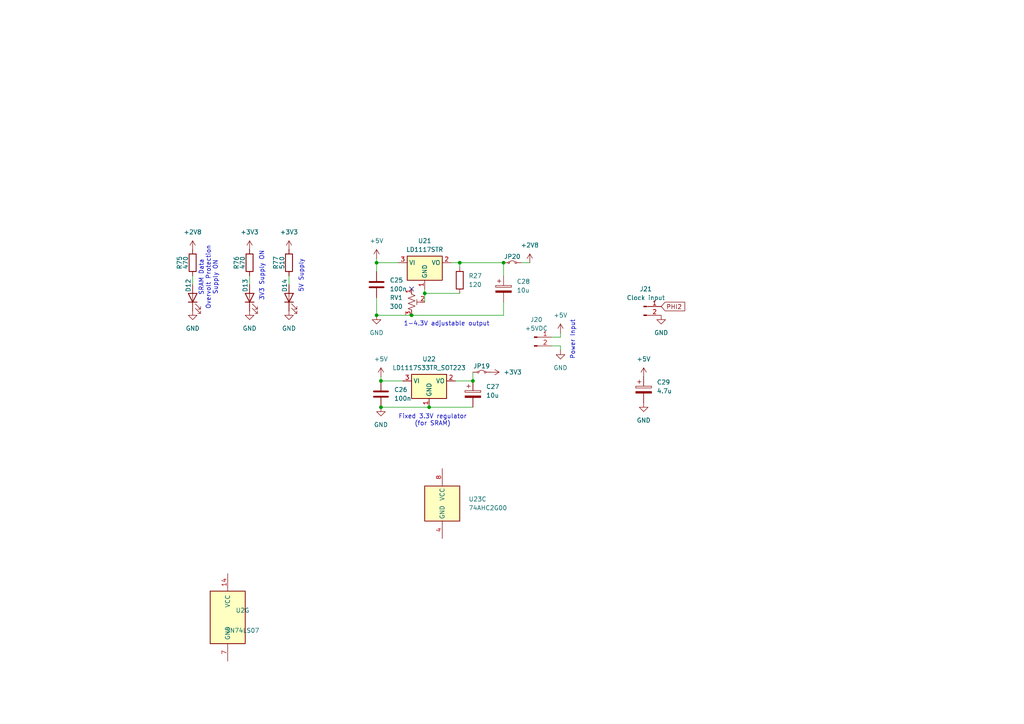
<source format=kicad_sch>
(kicad_sch (version 20250114) (generator "eeschema") (generator_version "9.0")
  (paper "A4")
  (title_block (title "65c02 Homebrew") (rev "Prelim") (company "Joseph R. Freeston") (comment 2 "https://github.com/snorklerjoe/useful6502") (comment 4 "A 65c02-based computer with peripheral i/o offloaded to a PIC16 microcontroller."))
  (lib_symbols
    (symbol "74xGxx:74AHC2G00"
      (property "Reference" "U" (at -2.54 3.81 0))
      (property "Value" "74AHC2G00" (at 0 -3.81 0))
      (symbol "74AHC2G00_1_1"
        (arc (start 0 5.08) (mid 5.0579 0) (end 0 -5.08) (stroke (width 0.254)) (fill (type background)))
        (polyline (pts (xy 0 -5.08) (xy -7.62 -5.08) (xy -7.62 5.08) (xy 0 5.08)) (stroke (width 0.254)) (fill (type background)))
        (pin input line (at -15.24 2.54 0) (length 7.62) (name "~") (number "1"))
        (pin input line (at -15.24 -2.54 0) (length 7.62) (name "~") (number "2"))
        (pin output inverted (at 12.7 0 180) (length 7.62) (name "~") (number "7"))
      )
      (symbol "74AHC2G00_2_1"
        (arc (start 0 5.08) (mid 5.0579 0) (end 0 -5.08) (stroke (width 0.254)) (fill (type background)))
        (polyline (pts (xy 0 -5.08) (xy -7.62 -5.08) (xy -7.62 5.08) (xy 0 5.08)) (stroke (width 0.254)) (fill (type background)))
        (pin input line (at -15.24 2.54 0) (length 7.62) (name "~") (number "5"))
        (pin input line (at -15.24 -2.54 0) (length 7.62) (name "~") (number "6"))
        (pin output inverted (at 12.7 0 180) (length 7.62) (name "~") (number "3"))
      )
      (symbol "74AHC2G00_3_0"
        (rectangle (start -5.08 -5.08) (end 5.08 5.08) (stroke (width 0.254)) (fill (type background)))
      )
      (symbol "74AHC2G00_3_1"
        (pin power_in line (at 0 10.16 270) (length 5.08) (name "VCC") (number "8"))
        (pin power_in line (at 0 -10.16 90) (length 5.08) (name "GND") (number "4"))
      )
    )
    (symbol "74xx:SN74LS07" (pin_names (offset 1.016))
      (property "Reference" "U2" (at 4.318 2.032 0))
      (property "Value" "SN74LS07" (at 4.318 -3.81 0))
      (symbol "SN74LS07_1_0"
        (polyline (pts (xy -3.81 3.81) (xy -3.81 -3.81) (xy 3.81 0) (xy -3.81 3.81)) (stroke (width 0.254)) (fill (type background)))
        (pin input line (at -7.62 0 0) (length 3.81) (name "~") (number "1"))
        (pin open_collector line (at 7.62 0 180) (length 3.81) (name "~") (number "2"))
      )
      (symbol "SN74LS07_1_1"
        (polyline (pts (xy -2.54 -1.27) (xy 0 -1.27)))
        (polyline (pts (xy -1.27 1.27) (xy 0 0) (xy -1.27 -1.27) (xy -2.54 0) (xy -1.27 1.27)))
      )
      (symbol "SN74LS07_2_0"
        (polyline (pts (xy -3.81 3.81) (xy -3.81 -3.81) (xy 3.81 0) (xy -3.81 3.81)) (stroke (width 0.254)) (fill (type background)))
        (pin input line (at -7.62 0 0) (length 3.81) (name "~") (number "3"))
        (pin open_collector line (at 7.62 0 180) (length 3.81) (name "~") (number "4"))
      )
      (symbol "SN74LS07_2_1"
        (polyline (pts (xy -2.54 -1.27) (xy 0 -1.27)))
        (polyline (pts (xy -1.27 1.27) (xy 0 0) (xy -1.27 -1.27) (xy -2.54 0) (xy -1.27 1.27)))
      )
      (symbol "SN74LS07_3_0"
        (polyline (pts (xy -3.81 3.81) (xy -3.81 -3.81) (xy 3.81 0) (xy -3.81 3.81)) (stroke (width 0.254)) (fill (type background)))
        (pin input line (at -7.62 0 0) (length 3.81) (name "~") (number "5"))
        (pin open_collector line (at 7.62 0 180) (length 3.81) (name "~") (number "6"))
      )
      (symbol "SN74LS07_3_1"
        (polyline (pts (xy -2.54 -1.27) (xy 0 -1.27)))
        (polyline (pts (xy -1.27 1.27) (xy 0 0) (xy -1.27 -1.27) (xy -2.54 0) (xy -1.27 1.27)))
      )
      (symbol "SN74LS07_4_0"
        (polyline (pts (xy -3.81 3.81) (xy -3.81 -3.81) (xy 3.81 0) (xy -3.81 3.81)) (stroke (width 0.254)) (fill (type background)))
        (pin input line (at -7.62 0 0) (length 3.81) (name "~") (number "9"))
        (pin open_collector line (at 7.62 0 180) (length 3.81) (name "~") (number "8"))
      )
      (symbol "SN74LS07_4_1"
        (polyline (pts (xy -2.54 -1.27) (xy 0 -1.27)))
        (polyline (pts (xy -1.27 1.27) (xy 0 0) (xy -1.27 -1.27) (xy -2.54 0) (xy -1.27 1.27)))
      )
      (symbol "SN74LS07_5_0"
        (polyline (pts (xy -3.81 3.81) (xy -3.81 -3.81) (xy 3.81 0) (xy -3.81 3.81)) (stroke (width 0.254)) (fill (type background)))
        (pin input line (at -7.62 0 0) (length 3.81) (name "~") (number "11"))
        (pin open_collector line (at 7.62 0 180) (length 3.81) (name "~") (number "10"))
      )
      (symbol "SN74LS07_5_1"
        (polyline (pts (xy -2.54 -1.27) (xy 0 -1.27)))
        (polyline (pts (xy -1.27 1.27) (xy 0 0) (xy -1.27 -1.27) (xy -2.54 0) (xy -1.27 1.27)))
      )
      (symbol "SN74LS07_6_0"
        (polyline (pts (xy -3.81 3.81) (xy -3.81 -3.81) (xy 3.81 0) (xy -3.81 3.81)) (stroke (width 0.254)) (fill (type background)))
        (pin input line (at -7.62 0 0) (length 3.81) (name "~") (number "13"))
        (pin open_collector line (at 7.62 0 180) (length 3.81) (name "~") (number "12"))
      )
      (symbol "SN74LS07_6_1"
        (polyline (pts (xy -2.54 -1.27) (xy 0 -1.27)))
        (polyline (pts (xy -1.27 1.27) (xy 0 0) (xy -1.27 -1.27) (xy -2.54 0) (xy -1.27 1.27)))
      )
      (symbol "SN74LS07_7_0"
        (pin power_in line (at 0 12.7 270) (length 5.08) (name "VCC") (number "14"))
        (pin power_in line (at 0 -12.7 90) (length 5.08) (name "GND") (number "7"))
      )
      (symbol "SN74LS07_7_1"
        (rectangle (start -5.08 7.62) (end 5.08 -7.62) (stroke (width 0.254)) (fill (type background)))
      )
    )
    (symbol "Connector:Conn_01x02_Pin" (pin_names (offset 1.016) (hide yes))
      (property "Reference" "J" (at 0 2.54 0))
      (property "Value" "Conn_01x02_Pin" (at 0 -5.08 0))
      (symbol "Conn_01x02_Pin_1_1"
        (rectangle (start 0.8636 0.127) (end 0 -0.127) (stroke (width 0.1524)) (fill (type outline)))
        (rectangle (start 0.8636 -2.413) (end 0 -2.667) (stroke (width 0.1524)) (fill (type outline)))
        (polyline (pts (xy 1.27 0) (xy 0.8636 0)) (stroke (width 0.1524)))
        (polyline (pts (xy 1.27 -2.54) (xy 0.8636 -2.54)) (stroke (width 0.1524)))
        (pin passive line (at 5.08 0 180) (length 3.81) (name "Pin_1") (number "1"))
        (pin passive line (at 5.08 -2.54 180) (length 3.81) (name "Pin_2") (number "2"))
      )
    )
    (symbol "Device:C" (pin_numbers (hide yes)) (pin_names (offset 0.254))
      (property "Reference" "C" (at 0.635 2.54 0))
      (property "Value" "C" (at 0.635 -2.54 0))
      (symbol "C_0_1"
        (polyline (pts (xy -2.032 0.762) (xy 2.032 0.762)) (stroke (width 0.508)))
        (polyline (pts (xy -2.032 -0.762) (xy 2.032 -0.762)) (stroke (width 0.508)))
      )
      (symbol "C_1_1"
        (pin passive line (at 0 3.81 270) (length 2.794) (name "~") (number "1"))
        (pin passive line (at 0 -3.81 90) (length 2.794) (name "~") (number "2"))
      )
    )
    (symbol "Device:C_Polarized" (pin_numbers (hide yes)) (pin_names (offset 0.254))
      (property "Reference" "C" (at 0.635 2.54 0))
      (property "Value" "C_Polarized" (at 0.635 -2.54 0))
      (symbol "C_Polarized_0_1"
        (rectangle (start -2.286 0.508) (end 2.286 1.016))
        (polyline (pts (xy -1.778 2.286) (xy -0.762 2.286)))
        (polyline (pts (xy -1.27 2.794) (xy -1.27 1.778)))
        (rectangle (start 2.286 -0.508) (end -2.286 -1.016) (fill (type outline)))
      )
      (symbol "C_Polarized_1_1"
        (pin passive line (at 0 3.81 270) (length 2.794) (name "~") (number "1"))
        (pin passive line (at 0 -3.81 90) (length 2.794) (name "~") (number "2"))
      )
    )
    (symbol "Device:LED" (pin_numbers (hide yes)) (pin_names (offset 1.016) (hide yes))
      (property "Reference" "D" (at 0 2.54 0))
      (property "Value" "LED" (at 0 -2.54 0))
      (symbol "LED_0_1"
        (polyline (pts (xy -3.048 -0.762) (xy -4.572 -2.286) (xy -3.81 -2.286) (xy -4.572 -2.286) (xy -4.572 -1.524)))
        (polyline (pts (xy -1.778 -0.762) (xy -3.302 -2.286) (xy -2.54 -2.286) (xy -3.302 -2.286) (xy -3.302 -1.524)))
        (polyline (pts (xy -1.27 0) (xy 1.27 0)))
        (polyline (pts (xy -1.27 -1.27) (xy -1.27 1.27)) (stroke (width 0.254)))
        (polyline (pts (xy 1.27 -1.27) (xy 1.27 1.27) (xy -1.27 0) (xy 1.27 -1.27)) (stroke (width 0.254)))
      )
      (symbol "LED_1_1"
        (pin passive line (at -3.81 0 0) (length 2.54) (name "K") (number "1"))
        (pin passive line (at 3.81 0 180) (length 2.54) (name "A") (number "2"))
      )
    )
    (symbol "Device:R" (pin_numbers (hide yes)) (pin_names (offset 0))
      (property "Reference" "R" (at 2.032 0 90))
      (property "Value" "R" (at 0 0 90))
      (symbol "R_0_1"
        (rectangle (start -1.016 -2.54) (end 1.016 2.54) (stroke (width 0.254)))
      )
      (symbol "R_1_1"
        (pin passive line (at 0 3.81 270) (length 1.27) (name "~") (number "1"))
        (pin passive line (at 0 -3.81 90) (length 1.27) (name "~") (number "2"))
      )
    )
    (symbol "Device:R_Potentiometer_Trim_US" (pin_names (offset 1.016) (hide yes))
      (property "Reference" "RV" (at -4.445 0 90))
      (property "Value" "R_Potentiometer_Trim_US" (at -2.54 0 90))
      (symbol "R_Potentiometer_Trim_US_0_1"
        (polyline (pts (xy 0 2.286) (xy 0 2.54)))
        (polyline (pts (xy 0 2.286) (xy 1.016 1.905) (xy 0 1.524) (xy -1.016 1.143) (xy 0 0.762)))
        (polyline (pts (xy 0 0.762) (xy 1.016 0.381) (xy 0 0) (xy -1.016 -0.381) (xy 0 -0.762)))
        (polyline (pts (xy 0 -0.762) (xy 1.016 -1.143) (xy 0 -1.524) (xy -1.016 -1.905) (xy 0 -2.286)))
        (polyline (pts (xy 0 -2.286) (xy 0 -2.54)))
        (polyline (pts (xy 1.524 0.762) (xy 1.524 -0.762)))
        (polyline (pts (xy 2.54 0) (xy 1.524 0)))
      )
      (symbol "R_Potentiometer_Trim_US_1_1"
        (pin passive line (at 0 3.81 270) (length 1.27) (name "1") (number "1"))
        (pin passive line (at 0 -3.81 90) (length 1.27) (name "3") (number "3"))
        (pin passive line (at 3.81 0 180) (length 1.27) (name "2") (number "2"))
      )
    )
    (symbol "Jumper:Jumper_2_Small_Bridged" (pin_numbers (hide yes)) (pin_names (offset 0) (hide yes))
      (property "Reference" "JP" (at 0 2.032 0))
      (property "Value" "Jumper_2_Small_Bridged" (at 0 -2.286 0))
      (symbol "Jumper_2_Small_Bridged_0_0"
        (circle (center -1.016 0) (radius 0.254))
        (circle (center 1.016 0) (radius 0.254))
      )
      (symbol "Jumper_2_Small_Bridged_0_1"
        (arc (start -0.762 0.254) (mid 0 0.5696) (end 0.762 0.254))
      )
      (symbol "Jumper_2_Small_Bridged_1_1"
        (pin passive line (at -2.54 0 0) (length 1.27) (name "A") (number "1"))
        (pin passive line (at 2.54 0 180) (length 1.27) (name "B") (number "2"))
      )
    )
    (symbol "Regulator_Linear:LD1117S33TR_SOT223"
      (property "Reference" "U" (at -3.81 3.175 0))
      (property "Value" "LD1117S33TR_SOT223" (at 0 3.175 0))
      (symbol "LD1117S33TR_SOT223_0_1"
        (rectangle (start -5.08 -5.08) (end 5.08 1.905) (stroke (width 0.254)) (fill (type background)))
      )
      (symbol "LD1117S33TR_SOT223_1_1"
        (pin power_in line (at -7.62 0 0) (length 2.54) (name "VI") (number "3"))
        (pin power_in line (at 0 -7.62 90) (length 2.54) (name "GND") (number "1"))
        (pin power_out line (at 7.62 0 180) (length 2.54) (name "VO") (number "2"))
      )
    )
    (symbol "power:+2V8" (power) (pin_numbers (hide yes)) (pin_names (offset 0) (hide yes))
      (property "Value" "+2V8" (at 0 3.556 0))
      (symbol "+2V8_0_1"
        (polyline (pts (xy -0.762 1.27) (xy 0 2.54)))
        (polyline (pts (xy 0 2.54) (xy 0.762 1.27)))
        (polyline (pts (xy 0 0) (xy 0 2.54)))
      )
      (symbol "+2V8_1_1"
        (pin power_in line (at 0 0 90) (length 0) (name "~") (number "1"))
      )
    )
    (symbol "power:+3V3" (power) (pin_numbers (hide yes)) (pin_names (offset 0) (hide yes))
      (property "Value" "+3V3" (at 0 3.556 0))
      (symbol "+3V3_0_1"
        (polyline (pts (xy -0.762 1.27) (xy 0 2.54)))
        (polyline (pts (xy 0 2.54) (xy 0.762 1.27)))
        (polyline (pts (xy 0 0) (xy 0 2.54)))
      )
      (symbol "+3V3_1_1"
        (pin power_in line (at 0 0 90) (length 0) (name "~") (number "1"))
      )
    )
    (symbol "power:+5V" (power) (pin_numbers (hide yes)) (pin_names (offset 0) (hide yes))
      (property "Value" "+5V" (at 0 3.556 0))
      (symbol "+5V_0_1"
        (polyline (pts (xy -0.762 1.27) (xy 0 2.54)))
        (polyline (pts (xy 0 2.54) (xy 0.762 1.27)))
        (polyline (pts (xy 0 0) (xy 0 2.54)))
      )
      (symbol "+5V_1_1"
        (pin power_in line (at 0 0 90) (length 0) (name "~") (number "1"))
      )
    )
    (symbol "power:GND" (power) (pin_numbers (hide yes)) (pin_names (offset 0) (hide yes))
      (property "Value" "GND" (at 0 -3.81 0))
      (symbol "GND_0_1"
        (polyline (pts (xy 0 0) (xy 0 -1.27) (xy 1.27 -1.27) (xy 0 -2.54) (xy -1.27 -1.27) (xy 0 -1.27)))
      )
      (symbol "GND_1_1"
        (pin power_in line (at 0 0 270) (length 0) (name "~") (number "1"))
      )
    )
  )
  (text "Fixed 3.3V regulator\n(for SRAM)" (at 125.476 121.92 0) (effects (font (size 1.27 1.27))))
  (text "1-4.3V adjustable output" (at 129.54 93.98 0) (effects (font (size 1.27 1.27))))
  (text "SRAM Data\nOvervolt Protection\nSupply ON" (at 60.452 80.518 90) (effects (font (size 1.27 1.27))))
  (text "Power Input" (at 166.116 98.552 90) (effects (font (size 1.27 1.27))))
  (text "5V Supply" (at 87.376 80.01 90) (effects (font (size 1.27 1.27))))
  (text "3V3 Supply ON" (at 75.946 80.01 90) (effects (font (size 1.27 1.27))))
  (junction (at 123.19 85.09))
  (junction (at 146.05 76.2))
  (junction (at 133.35 76.2))
  (junction (at 109.22 91.44))
  (junction (at 110.49 110.49))
  (junction (at 119.38 91.44))
  (junction (at 137.16 110.49))
  (junction (at 110.49 118.11))
  (junction (at 109.22 76.2))
  (junction (at 124.46 118.11))
  (no_connect (at 119.38 83.82))
  (wire (pts (xy 160.02 97.79) (xy 162.56 97.79)))
  (wire (pts (xy 146.05 80.01) (xy 146.05 76.2)))
  (wire (pts (xy 130.81 76.2) (xy 133.35 76.2)))
  (wire (pts (xy 124.46 118.11) (xy 137.16 118.11)))
  (wire (pts (xy 133.35 76.2) (xy 146.05 76.2)))
  (wire (pts (xy 72.39 80.01) (xy 72.39 82.55)))
  (wire (pts (xy 110.49 109.22) (xy 110.49 110.49)))
  (wire (pts (xy 151.13 76.2) (xy 153.67 76.2)))
  (wire (pts (xy 162.56 101.6) (xy 162.56 100.33)))
  (wire (pts (xy 109.22 91.44) (xy 109.22 86.36)))
  (wire (pts (xy 123.19 85.09) (xy 133.35 85.09)))
  (wire (pts (xy 123.19 85.09) (xy 123.19 87.63)))
  (wire (pts (xy 109.22 76.2) (xy 109.22 78.74)))
  (wire (pts (xy 132.08 110.49) (xy 137.16 110.49)))
  (wire (pts (xy 109.22 74.93) (xy 109.22 76.2)))
  (wire (pts (xy 162.56 97.79) (xy 162.56 96.52)))
  (wire (pts (xy 146.05 91.44) (xy 146.05 87.63)))
  (wire (pts (xy 109.22 76.2) (xy 115.57 76.2)))
  (wire (pts (xy 119.38 91.44) (xy 146.05 91.44)))
  (wire (pts (xy 110.49 118.11) (xy 124.46 118.11)))
  (wire (pts (xy 110.49 110.49) (xy 116.84 110.49)))
  (wire (pts (xy 137.16 107.95) (xy 137.16 110.49)))
  (wire (pts (xy 162.56 100.33) (xy 160.02 100.33)))
  (wire (pts (xy 133.35 77.47) (xy 133.35 76.2)))
  (wire (pts (xy 83.82 80.01) (xy 83.82 82.55)))
  (wire (pts (xy 123.19 83.82) (xy 123.19 85.09)))
  (wire (pts (xy 109.22 91.44) (xy 119.38 91.44)))
  (wire (pts (xy 55.88 80.01) (xy 55.88 82.55)))
  (global_label "PHI2" (shape input) (at 191.77 88.9 0) (property "Intersheetrefs" "${INTERSHEET_REFS}" (effects (hide yes))))
  (symbol (lib_id "power:+5V") (at 162.56 96.52 0) (unit 1)
    (property "Reference" "#PWR092" (effects (hide yes)))
    (property "Value" "+5V" (at 162.56 91.44 0))
    (property "Description" "Power symbol creates a global label with name \"+5V\"" (effects (hide yes)))
  )
  (symbol (lib_id "Jumper:Jumper_2_Small_Bridged") (at 139.7 107.95 0) (unit 1)
    (property "Reference" "JP19" (at 139.7 106.172 0))
    (property "Value" "Jumper_2_Small_Bridged" (effects (hide yes)))
    (property "Description" "Jumper, 2-pole, small symbol, bridged" (effects (hide yes)))
  )
  (symbol (lib_id "power:GND") (at 110.49 118.11 0) (unit 1)
    (property "Reference" "#PWR090" (effects (hide yes)))
    (property "Value" "GND" (at 110.49 123.19 0))
    (property "Description" "Power symbol creates a global label with name \"GND\" , ground" (effects (hide yes)))
  )
  (symbol (lib_id "power:GND") (at 55.88 90.17 0) (unit 1)
    (property "Reference" "#PWR0255" (effects (hide yes)))
    (property "Value" "GND" (at 55.88 95.25 0))
    (property "Description" "Power symbol creates a global label with name \"GND\" , ground" (effects (hide yes)))
  )
  (symbol (lib_id "power:+3V3") (at 83.82 72.39 0) (unit 1)
    (property "Reference" "#PWR0258" (effects (hide yes)))
    (property "Value" "+3V3" (at 83.82 67.31 0))
    (property "Description" "Power symbol creates a global label with name \"+3V3\"" (effects (hide yes)))
  )
  (symbol (lib_id "Device:R") (at 133.35 81.28 0) (unit 1)
    (property "Reference" "R27" (at 135.89 80.0099 0) (effects (justify left)))
    (property "Value" "120" (at 135.89 82.5499 0) (effects (justify left)))
    (property "Description" "Resistor" (effects (hide yes)))
  )
  (symbol (lib_id "Device:C_Polarized") (at 186.69 113.03 0) (unit 1)
    (property "Reference" "C29" (at 190.5 110.8709 0) (effects (justify left)))
    (property "Value" "4.7u" (at 190.5 113.4109 0) (effects (justify left)))
    (property "Description" "Polarized capacitor" (effects (hide yes)))
  )
  (symbol (lib_id "Device:C_Polarized") (at 137.16 114.3 0) (unit 1)
    (property "Reference" "C27" (at 140.97 112.1409 0) (effects (justify left)))
    (property "Value" "10u" (at 140.97 114.6809 0) (effects (justify left)))
    (property "Description" "Polarized capacitor" (effects (hide yes)))
  )
  (symbol (lib_id "power:+3V3") (at 142.24 107.95 270) (unit 1)
    (property "Reference" "#PWR091" (effects (hide yes)))
    (property "Value" "+3V3" (at 146.05 107.9499 90) (effects (justify left)))
    (property "Description" "Power symbol creates a global label with name \"+3V3\"" (effects (hide yes)))
  )
  (symbol (lib_id "Device:LED") (at 83.82 86.36 90) (unit 1)
    (property "Reference" "D14" (at 82.55 82.804 0))
    (property "Value" "LED" (effects (hide yes)))
    (property "Description" "Light emitting diode" (effects (hide yes)))
    (property "Sim.Pins" "1=K 2=A" (effects (hide yes)))
  )
  (symbol (lib_id "74xx:SN74LS07") (at 66.04 179.07 0) (unit 7)
    (property "Reference" "U5" (at 70.358 177.038 0))
    (property "Value" "SN74LS07" (at 70.358 182.88 0))
    (property "Datasheet" "www.ti.com/lit/ds/symlink/sn74ls07.pdf" (effects (hide yes)))
    (property "Description" "Hex Buffers and Drivers With Open Collector High Voltage Outputs" (effects (hide yes)))
    (instances (project "" (path "" (reference "U2") (unit 7)) (path "" (reference "U5") (unit 7))))
  )
  (symbol (lib_id "power:GND") (at 83.82 90.17 0) (unit 1)
    (property "Reference" "#PWR0259" (effects (hide yes)))
    (property "Value" "GND" (at 83.82 95.25 0))
    (property "Description" "Power symbol creates a global label with name \"GND\" , ground" (effects (hide yes)))
  )
  (symbol (lib_id "power:+5V") (at 110.49 109.22 0) (unit 1)
    (property "Reference" "#PWR089" (effects (hide yes)))
    (property "Value" "+5V" (at 110.49 104.14 0))
    (property "Description" "Power symbol creates a global label with name \"+5V\"" (effects (hide yes)))
  )
  (symbol (lib_id "power:+5V") (at 109.22 74.93 0) (unit 1)
    (property "Reference" "#PWR087" (effects (hide yes)))
    (property "Value" "+5V" (at 109.22 69.85 0))
    (property "Description" "Power symbol creates a global label with name \"+5V\"" (effects (hide yes)))
  )
  (symbol (lib_id "power:GND") (at 109.22 91.44 0) (unit 1)
    (property "Reference" "#PWR088" (effects (hide yes)))
    (property "Value" "GND" (at 109.22 96.52 0))
    (property "Description" "Power symbol creates a global label with name \"GND\" , ground" (effects (hide yes)))
  )
  (symbol (lib_id "Device:C_Polarized") (at 146.05 83.82 0) (unit 1)
    (property "Reference" "C28" (at 149.86 81.6609 0) (effects (justify left)))
    (property "Value" "10u" (at 149.86 84.2009 0) (effects (justify left)))
    (property "Description" "Polarized capacitor" (effects (hide yes)))
  )
  (symbol (lib_id "Device:R") (at 55.88 76.2 0) (unit 1)
    (property "Reference" "R75" (at 52.07 76.2 90))
    (property "Value" "470" (at 53.848 76.2 90))
    (property "Description" "Resistor" (effects (hide yes)))
  )
  (symbol (lib_id "power:GND") (at 72.39 90.17 0) (unit 1)
    (property "Reference" "#PWR0257" (effects (hide yes)))
    (property "Value" "GND" (at 72.39 95.25 0))
    (property "Description" "Power symbol creates a global label with name \"GND\" , ground" (effects (hide yes)))
  )
  (symbol (lib_id "Device:C") (at 109.22 82.55 0) (unit 1)
    (property "Reference" "C25" (at 113.03 81.2799 0) (effects (justify left)))
    (property "Value" "100n" (at 113.03 83.8199 0) (effects (justify left)))
    (property "Description" "Unpolarized capacitor" (effects (hide yes)))
  )
  (symbol (lib_id "Regulator_Linear:LD1117S33TR_SOT223") (at 123.19 76.2 0) (unit 1)
    (property "Reference" "U21" (at 123.19 69.85 0))
    (property "Value" "LD1117STR" (at 123.19 72.39 0))
    (property "Footprint" "Package_TO_SOT_SMD:SOT-223-3_TabPin2" (effects (hide yes)))
    (property "Datasheet" "http://www.st.com/st-web-ui/static/active/en/resource/technical/document/datasheet/CD00000544.pdf" (effects (hide yes)))
    (property "Description" "800mA Fixed Low Drop Positive Voltage Regulator, Adjustable Output 1.25-15V, SOT-223" (effects (hide yes)))
  )
  (symbol (lib_id "Device:LED") (at 72.39 86.36 90) (unit 1)
    (property "Reference" "D13" (at 71.12 82.804 0))
    (property "Value" "LED" (effects (hide yes)))
    (property "Description" "Light emitting diode" (effects (hide yes)))
    (property "Sim.Pins" "1=K 2=A" (effects (hide yes)))
  )
  (symbol (lib_id "Regulator_Linear:LD1117S33TR_SOT223") (at 124.46 110.49 0) (unit 1)
    (property "Reference" "U22" (at 124.46 104.14 0))
    (property "Value" "LD1117S33TR_SOT223" (at 124.46 106.68 0))
    (property "Footprint" "Package_TO_SOT_SMD:SOT-223-3_TabPin2" (effects (hide yes)))
    (property "Datasheet" "http://www.st.com/st-web-ui/static/active/en/resource/technical/document/datasheet/CD00000544.pdf" (effects (hide yes)))
    (property "Description" "800mA Fixed Low Drop Positive Voltage Regulator, Fixed Output 3.3V, SOT-223" (effects (hide yes)))
  )
  (symbol (lib_id "power:GND") (at 186.69 116.84 0) (unit 1)
    (property "Reference" "#PWR095" (effects (hide yes)))
    (property "Value" "GND" (at 186.69 121.92 0))
    (property "Description" "Power symbol creates a global label with name \"GND\" , ground" (effects (hide yes)))
  )
  (symbol (lib_id "Device:R") (at 72.39 76.2 0) (unit 1)
    (property "Reference" "R76" (at 68.58 76.2 90))
    (property "Value" "470" (at 70.358 76.2 90))
    (property "Description" "Resistor" (effects (hide yes)))
  )
  (symbol (lib_id "power:+2V8") (at 153.67 76.2 0) (unit 1)
    (property "Reference" "#PWR0217" (effects (hide yes)))
    (property "Value" "+2V8" (at 153.67 71.12 0))
    (property "Description" "Power symbol creates a global label with name \"+2V8\"" (effects (hide yes)))
  )
  (symbol (lib_id "power:+3V3") (at 72.39 72.39 0) (unit 1)
    (property "Reference" "#PWR0256" (effects (hide yes)))
    (property "Value" "+3V3" (at 72.39 67.31 0))
    (property "Description" "Power symbol creates a global label with name \"+3V3\"" (effects (hide yes)))
  )
  (symbol (lib_id "Device:R_Potentiometer_Trim_US") (at 119.38 87.63 0) (unit 1)
    (property "Reference" "RV1" (at 116.84 86.3599 0) (effects (justify right)))
    (property "Value" "300" (at 116.84 88.8999 0) (effects (justify right)))
    (property "Description" "Trim-potentiometer, US symbol" (effects (hide yes)))
  )
  (symbol (lib_id "Jumper:Jumper_2_Small_Bridged") (at 148.59 76.2 0) (unit 1)
    (property "Reference" "JP20" (at 148.59 74.422 0))
    (property "Value" "Jumper_2_Small_Bridged" (effects (hide yes)))
    (property "Description" "Jumper, 2-pole, small symbol, bridged" (effects (hide yes)))
  )
  (symbol (lib_id "74xGxx:74AHC2G00") (at 128.27 146.05 0) (unit 3)
    (property "Reference" "U23" (at 135.89 144.7799 0) (effects (justify left)))
    (property "Value" "74AHC2G00" (at 135.89 147.3199 0) (effects (justify left)))
    (property "Datasheet" "https://assets.nexperia.com/documents/data-sheet/74AHC_AHCT2G00.pdf" (effects (hide yes)))
    (property "Description" "Dual NAND Gate, High-speed Si-gate CMOS" (effects (hide yes)))
  )
  (symbol (lib_id "power:GND") (at 191.77 91.44 0) (unit 1)
    (property "Reference" "#PWR096" (effects (hide yes)))
    (property "Value" "GND" (at 191.77 96.52 0))
    (property "Description" "Power symbol creates a global label with name \"GND\" , ground" (effects (hide yes)))
  )
  (symbol (lib_id "Connector:Conn_01x02_Pin") (at 186.69 88.9 0) (unit 1)
    (property "Reference" "J21" (at 187.325 83.82 0))
    (property "Value" "Clock input" (at 187.325 86.36 0))
    (property "Description" "Generic connector, single row, 01x02, script generated" (effects (hide yes)))
  )
  (symbol (lib_id "Device:LED") (at 55.88 86.36 90) (unit 1)
    (property "Reference" "D12" (at 54.61 82.804 0))
    (property "Value" "LED" (effects (hide yes)))
    (property "Description" "Light emitting diode" (effects (hide yes)))
    (property "Sim.Pins" "1=K 2=A" (effects (hide yes)))
  )
  (symbol (lib_id "power:+2V8") (at 55.88 72.39 0) (unit 1)
    (property "Reference" "#PWR0254" (effects (hide yes)))
    (property "Value" "+2V8" (at 55.88 67.31 0))
    (property "Description" "Power symbol creates a global label with name \"+2V8\"" (effects (hide yes)))
  )
  (symbol (lib_id "Connector:Conn_01x02_Pin") (at 154.94 97.79 0) (unit 1)
    (property "Reference" "J20" (at 155.575 92.71 0))
    (property "Value" "+5VDC" (at 155.575 95.25 0))
    (property "Description" "Generic connector, single row, 01x02, script generated" (effects (hide yes)))
  )
  (symbol (lib_id "power:+5V") (at 186.69 109.22 0) (unit 1)
    (property "Reference" "#PWR094" (effects (hide yes)))
    (property "Value" "+5V" (at 186.69 104.14 0))
    (property "Description" "Power symbol creates a global label with name \"+5V\"" (effects (hide yes)))
  )
  (symbol (lib_id "Device:R") (at 83.82 76.2 0) (unit 1)
    (property "Reference" "R77" (at 80.01 76.2 90))
    (property "Value" "510" (at 81.788 76.2 90))
    (property "Description" "Resistor" (effects (hide yes)))
  )
  (symbol (lib_id "Device:C") (at 110.49 114.3 0) (unit 1)
    (property "Reference" "C26" (at 114.3 113.0299 0) (effects (justify left)))
    (property "Value" "100n" (at 114.3 115.5699 0) (effects (justify left)))
    (property "Description" "Unpolarized capacitor" (effects (hide yes)))
  )
  (symbol (lib_id "power:GND") (at 162.56 101.6 0) (unit 1)
    (property "Reference" "#PWR093" (effects (hide yes)))
    (property "Value" "GND" (at 162.56 106.68 0))
    (property "Description" "Power symbol creates a global label with name \"GND\" , ground" (effects (hide yes)))
  )
)
</source>
